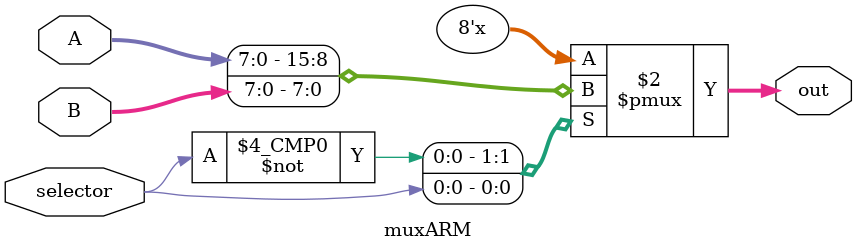
<source format=sv>
module muxARM #(parameter N = 8)(input logic selector,
										   input logic [N-1:0] A,B,
										   output logic [N-1:0] out);
	always_comb
		case(selector)
			1'b0 : out = A;
			1'b1 : out = B;
		endcase
endmodule

</source>
